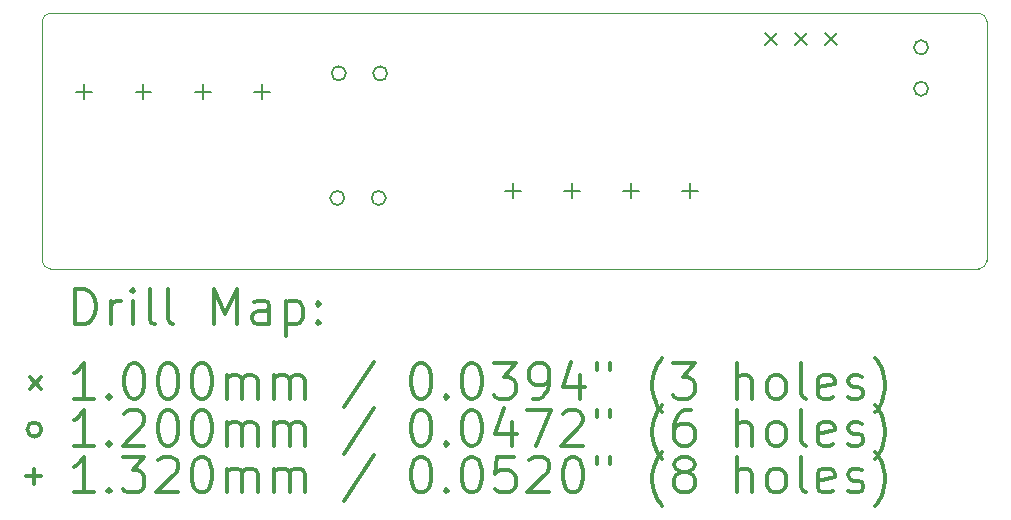
<source format=gbr>
%FSLAX45Y45*%
G04 Gerber Fmt 4.5, Leading zero omitted, Abs format (unit mm)*
G04 Created by KiCad (PCBNEW (5.1.10-1-10_14)) date 2021-07-05 16:18:35*
%MOMM*%
%LPD*%
G01*
G04 APERTURE LIST*
%TA.AperFunction,Profile*%
%ADD10C,0.100000*%
%TD*%
%ADD11C,0.200000*%
%ADD12C,0.300000*%
G04 APERTURE END LIST*
D10*
X11715000Y-9270000D02*
G75*
G02*
X11785000Y-9200000I70000J0D01*
G01*
X11715000Y-11295000D02*
X11715000Y-9270000D01*
X11785000Y-11365000D02*
G75*
G02*
X11715000Y-11295000I0J70000D01*
G01*
X19715000Y-9270000D02*
X19715000Y-11295000D01*
X19715000Y-11295000D02*
G75*
G02*
X19645000Y-11365000I-70000J0D01*
G01*
X19645000Y-9200000D02*
G75*
G02*
X19715000Y-9270000I0J-70000D01*
G01*
X19645000Y-11365000D02*
X11785000Y-11365000D01*
X11785000Y-9200000D02*
X19645000Y-9200000D01*
D11*
X17835000Y-9367500D02*
X17935000Y-9467500D01*
X17935000Y-9367500D02*
X17835000Y-9467500D01*
X18089000Y-9367500D02*
X18189000Y-9467500D01*
X18189000Y-9367500D02*
X18089000Y-9467500D01*
X18343000Y-9367500D02*
X18443000Y-9467500D01*
X18443000Y-9367500D02*
X18343000Y-9467500D01*
X14275000Y-10765000D02*
G75*
G03*
X14275000Y-10765000I-60000J0D01*
G01*
X14287500Y-9710500D02*
G75*
G03*
X14287500Y-9710500I-60000J0D01*
G01*
X14625000Y-10765000D02*
G75*
G03*
X14625000Y-10765000I-60000J0D01*
G01*
X14637500Y-9710500D02*
G75*
G03*
X14637500Y-9710500I-60000J0D01*
G01*
X19217000Y-9490000D02*
G75*
G03*
X19217000Y-9490000I-60000J0D01*
G01*
X19217000Y-9840000D02*
G75*
G03*
X19217000Y-9840000I-60000J0D01*
G01*
X12072500Y-9799000D02*
X12072500Y-9931000D01*
X12006500Y-9865000D02*
X12138500Y-9865000D01*
X12572500Y-9799000D02*
X12572500Y-9931000D01*
X12506500Y-9865000D02*
X12638500Y-9865000D01*
X13078000Y-9799000D02*
X13078000Y-9931000D01*
X13012000Y-9865000D02*
X13144000Y-9865000D01*
X13578000Y-9799000D02*
X13578000Y-9931000D01*
X13512000Y-9865000D02*
X13644000Y-9865000D01*
X15702500Y-10636500D02*
X15702500Y-10768500D01*
X15636500Y-10702500D02*
X15768500Y-10702500D01*
X16202500Y-10636500D02*
X16202500Y-10768500D01*
X16136500Y-10702500D02*
X16268500Y-10702500D01*
X16702500Y-10636500D02*
X16702500Y-10768500D01*
X16636500Y-10702500D02*
X16768500Y-10702500D01*
X17202500Y-10636500D02*
X17202500Y-10768500D01*
X17136500Y-10702500D02*
X17268500Y-10702500D01*
D12*
X11996428Y-11835714D02*
X11996428Y-11535714D01*
X12067857Y-11535714D01*
X12110714Y-11550000D01*
X12139286Y-11578571D01*
X12153571Y-11607143D01*
X12167857Y-11664286D01*
X12167857Y-11707143D01*
X12153571Y-11764286D01*
X12139286Y-11792857D01*
X12110714Y-11821429D01*
X12067857Y-11835714D01*
X11996428Y-11835714D01*
X12296428Y-11835714D02*
X12296428Y-11635714D01*
X12296428Y-11692857D02*
X12310714Y-11664286D01*
X12325000Y-11650000D01*
X12353571Y-11635714D01*
X12382143Y-11635714D01*
X12482143Y-11835714D02*
X12482143Y-11635714D01*
X12482143Y-11535714D02*
X12467857Y-11550000D01*
X12482143Y-11564286D01*
X12496428Y-11550000D01*
X12482143Y-11535714D01*
X12482143Y-11564286D01*
X12667857Y-11835714D02*
X12639286Y-11821429D01*
X12625000Y-11792857D01*
X12625000Y-11535714D01*
X12825000Y-11835714D02*
X12796428Y-11821429D01*
X12782143Y-11792857D01*
X12782143Y-11535714D01*
X13167857Y-11835714D02*
X13167857Y-11535714D01*
X13267857Y-11750000D01*
X13367857Y-11535714D01*
X13367857Y-11835714D01*
X13639286Y-11835714D02*
X13639286Y-11678571D01*
X13625000Y-11650000D01*
X13596428Y-11635714D01*
X13539286Y-11635714D01*
X13510714Y-11650000D01*
X13639286Y-11821429D02*
X13610714Y-11835714D01*
X13539286Y-11835714D01*
X13510714Y-11821429D01*
X13496428Y-11792857D01*
X13496428Y-11764286D01*
X13510714Y-11735714D01*
X13539286Y-11721429D01*
X13610714Y-11721429D01*
X13639286Y-11707143D01*
X13782143Y-11635714D02*
X13782143Y-11935714D01*
X13782143Y-11650000D02*
X13810714Y-11635714D01*
X13867857Y-11635714D01*
X13896428Y-11650000D01*
X13910714Y-11664286D01*
X13925000Y-11692857D01*
X13925000Y-11778571D01*
X13910714Y-11807143D01*
X13896428Y-11821429D01*
X13867857Y-11835714D01*
X13810714Y-11835714D01*
X13782143Y-11821429D01*
X14053571Y-11807143D02*
X14067857Y-11821429D01*
X14053571Y-11835714D01*
X14039286Y-11821429D01*
X14053571Y-11807143D01*
X14053571Y-11835714D01*
X14053571Y-11650000D02*
X14067857Y-11664286D01*
X14053571Y-11678571D01*
X14039286Y-11664286D01*
X14053571Y-11650000D01*
X14053571Y-11678571D01*
X11610000Y-12280000D02*
X11710000Y-12380000D01*
X11710000Y-12280000D02*
X11610000Y-12380000D01*
X12153571Y-12465714D02*
X11982143Y-12465714D01*
X12067857Y-12465714D02*
X12067857Y-12165714D01*
X12039286Y-12208571D01*
X12010714Y-12237143D01*
X11982143Y-12251429D01*
X12282143Y-12437143D02*
X12296428Y-12451429D01*
X12282143Y-12465714D01*
X12267857Y-12451429D01*
X12282143Y-12437143D01*
X12282143Y-12465714D01*
X12482143Y-12165714D02*
X12510714Y-12165714D01*
X12539286Y-12180000D01*
X12553571Y-12194286D01*
X12567857Y-12222857D01*
X12582143Y-12280000D01*
X12582143Y-12351429D01*
X12567857Y-12408571D01*
X12553571Y-12437143D01*
X12539286Y-12451429D01*
X12510714Y-12465714D01*
X12482143Y-12465714D01*
X12453571Y-12451429D01*
X12439286Y-12437143D01*
X12425000Y-12408571D01*
X12410714Y-12351429D01*
X12410714Y-12280000D01*
X12425000Y-12222857D01*
X12439286Y-12194286D01*
X12453571Y-12180000D01*
X12482143Y-12165714D01*
X12767857Y-12165714D02*
X12796428Y-12165714D01*
X12825000Y-12180000D01*
X12839286Y-12194286D01*
X12853571Y-12222857D01*
X12867857Y-12280000D01*
X12867857Y-12351429D01*
X12853571Y-12408571D01*
X12839286Y-12437143D01*
X12825000Y-12451429D01*
X12796428Y-12465714D01*
X12767857Y-12465714D01*
X12739286Y-12451429D01*
X12725000Y-12437143D01*
X12710714Y-12408571D01*
X12696428Y-12351429D01*
X12696428Y-12280000D01*
X12710714Y-12222857D01*
X12725000Y-12194286D01*
X12739286Y-12180000D01*
X12767857Y-12165714D01*
X13053571Y-12165714D02*
X13082143Y-12165714D01*
X13110714Y-12180000D01*
X13125000Y-12194286D01*
X13139286Y-12222857D01*
X13153571Y-12280000D01*
X13153571Y-12351429D01*
X13139286Y-12408571D01*
X13125000Y-12437143D01*
X13110714Y-12451429D01*
X13082143Y-12465714D01*
X13053571Y-12465714D01*
X13025000Y-12451429D01*
X13010714Y-12437143D01*
X12996428Y-12408571D01*
X12982143Y-12351429D01*
X12982143Y-12280000D01*
X12996428Y-12222857D01*
X13010714Y-12194286D01*
X13025000Y-12180000D01*
X13053571Y-12165714D01*
X13282143Y-12465714D02*
X13282143Y-12265714D01*
X13282143Y-12294286D02*
X13296428Y-12280000D01*
X13325000Y-12265714D01*
X13367857Y-12265714D01*
X13396428Y-12280000D01*
X13410714Y-12308571D01*
X13410714Y-12465714D01*
X13410714Y-12308571D02*
X13425000Y-12280000D01*
X13453571Y-12265714D01*
X13496428Y-12265714D01*
X13525000Y-12280000D01*
X13539286Y-12308571D01*
X13539286Y-12465714D01*
X13682143Y-12465714D02*
X13682143Y-12265714D01*
X13682143Y-12294286D02*
X13696428Y-12280000D01*
X13725000Y-12265714D01*
X13767857Y-12265714D01*
X13796428Y-12280000D01*
X13810714Y-12308571D01*
X13810714Y-12465714D01*
X13810714Y-12308571D02*
X13825000Y-12280000D01*
X13853571Y-12265714D01*
X13896428Y-12265714D01*
X13925000Y-12280000D01*
X13939286Y-12308571D01*
X13939286Y-12465714D01*
X14525000Y-12151429D02*
X14267857Y-12537143D01*
X14910714Y-12165714D02*
X14939286Y-12165714D01*
X14967857Y-12180000D01*
X14982143Y-12194286D01*
X14996428Y-12222857D01*
X15010714Y-12280000D01*
X15010714Y-12351429D01*
X14996428Y-12408571D01*
X14982143Y-12437143D01*
X14967857Y-12451429D01*
X14939286Y-12465714D01*
X14910714Y-12465714D01*
X14882143Y-12451429D01*
X14867857Y-12437143D01*
X14853571Y-12408571D01*
X14839286Y-12351429D01*
X14839286Y-12280000D01*
X14853571Y-12222857D01*
X14867857Y-12194286D01*
X14882143Y-12180000D01*
X14910714Y-12165714D01*
X15139286Y-12437143D02*
X15153571Y-12451429D01*
X15139286Y-12465714D01*
X15125000Y-12451429D01*
X15139286Y-12437143D01*
X15139286Y-12465714D01*
X15339286Y-12165714D02*
X15367857Y-12165714D01*
X15396428Y-12180000D01*
X15410714Y-12194286D01*
X15425000Y-12222857D01*
X15439286Y-12280000D01*
X15439286Y-12351429D01*
X15425000Y-12408571D01*
X15410714Y-12437143D01*
X15396428Y-12451429D01*
X15367857Y-12465714D01*
X15339286Y-12465714D01*
X15310714Y-12451429D01*
X15296428Y-12437143D01*
X15282143Y-12408571D01*
X15267857Y-12351429D01*
X15267857Y-12280000D01*
X15282143Y-12222857D01*
X15296428Y-12194286D01*
X15310714Y-12180000D01*
X15339286Y-12165714D01*
X15539286Y-12165714D02*
X15725000Y-12165714D01*
X15625000Y-12280000D01*
X15667857Y-12280000D01*
X15696428Y-12294286D01*
X15710714Y-12308571D01*
X15725000Y-12337143D01*
X15725000Y-12408571D01*
X15710714Y-12437143D01*
X15696428Y-12451429D01*
X15667857Y-12465714D01*
X15582143Y-12465714D01*
X15553571Y-12451429D01*
X15539286Y-12437143D01*
X15867857Y-12465714D02*
X15925000Y-12465714D01*
X15953571Y-12451429D01*
X15967857Y-12437143D01*
X15996428Y-12394286D01*
X16010714Y-12337143D01*
X16010714Y-12222857D01*
X15996428Y-12194286D01*
X15982143Y-12180000D01*
X15953571Y-12165714D01*
X15896428Y-12165714D01*
X15867857Y-12180000D01*
X15853571Y-12194286D01*
X15839286Y-12222857D01*
X15839286Y-12294286D01*
X15853571Y-12322857D01*
X15867857Y-12337143D01*
X15896428Y-12351429D01*
X15953571Y-12351429D01*
X15982143Y-12337143D01*
X15996428Y-12322857D01*
X16010714Y-12294286D01*
X16267857Y-12265714D02*
X16267857Y-12465714D01*
X16196428Y-12151429D02*
X16125000Y-12365714D01*
X16310714Y-12365714D01*
X16410714Y-12165714D02*
X16410714Y-12222857D01*
X16525000Y-12165714D02*
X16525000Y-12222857D01*
X16967857Y-12580000D02*
X16953571Y-12565714D01*
X16925000Y-12522857D01*
X16910714Y-12494286D01*
X16896428Y-12451429D01*
X16882143Y-12380000D01*
X16882143Y-12322857D01*
X16896428Y-12251429D01*
X16910714Y-12208571D01*
X16925000Y-12180000D01*
X16953571Y-12137143D01*
X16967857Y-12122857D01*
X17053571Y-12165714D02*
X17239286Y-12165714D01*
X17139286Y-12280000D01*
X17182143Y-12280000D01*
X17210714Y-12294286D01*
X17225000Y-12308571D01*
X17239286Y-12337143D01*
X17239286Y-12408571D01*
X17225000Y-12437143D01*
X17210714Y-12451429D01*
X17182143Y-12465714D01*
X17096428Y-12465714D01*
X17067857Y-12451429D01*
X17053571Y-12437143D01*
X17596428Y-12465714D02*
X17596428Y-12165714D01*
X17725000Y-12465714D02*
X17725000Y-12308571D01*
X17710714Y-12280000D01*
X17682143Y-12265714D01*
X17639286Y-12265714D01*
X17610714Y-12280000D01*
X17596428Y-12294286D01*
X17910714Y-12465714D02*
X17882143Y-12451429D01*
X17867857Y-12437143D01*
X17853571Y-12408571D01*
X17853571Y-12322857D01*
X17867857Y-12294286D01*
X17882143Y-12280000D01*
X17910714Y-12265714D01*
X17953571Y-12265714D01*
X17982143Y-12280000D01*
X17996428Y-12294286D01*
X18010714Y-12322857D01*
X18010714Y-12408571D01*
X17996428Y-12437143D01*
X17982143Y-12451429D01*
X17953571Y-12465714D01*
X17910714Y-12465714D01*
X18182143Y-12465714D02*
X18153571Y-12451429D01*
X18139286Y-12422857D01*
X18139286Y-12165714D01*
X18410714Y-12451429D02*
X18382143Y-12465714D01*
X18325000Y-12465714D01*
X18296428Y-12451429D01*
X18282143Y-12422857D01*
X18282143Y-12308571D01*
X18296428Y-12280000D01*
X18325000Y-12265714D01*
X18382143Y-12265714D01*
X18410714Y-12280000D01*
X18425000Y-12308571D01*
X18425000Y-12337143D01*
X18282143Y-12365714D01*
X18539286Y-12451429D02*
X18567857Y-12465714D01*
X18625000Y-12465714D01*
X18653571Y-12451429D01*
X18667857Y-12422857D01*
X18667857Y-12408571D01*
X18653571Y-12380000D01*
X18625000Y-12365714D01*
X18582143Y-12365714D01*
X18553571Y-12351429D01*
X18539286Y-12322857D01*
X18539286Y-12308571D01*
X18553571Y-12280000D01*
X18582143Y-12265714D01*
X18625000Y-12265714D01*
X18653571Y-12280000D01*
X18767857Y-12580000D02*
X18782143Y-12565714D01*
X18810714Y-12522857D01*
X18825000Y-12494286D01*
X18839286Y-12451429D01*
X18853571Y-12380000D01*
X18853571Y-12322857D01*
X18839286Y-12251429D01*
X18825000Y-12208571D01*
X18810714Y-12180000D01*
X18782143Y-12137143D01*
X18767857Y-12122857D01*
X11710000Y-12726000D02*
G75*
G03*
X11710000Y-12726000I-60000J0D01*
G01*
X12153571Y-12861714D02*
X11982143Y-12861714D01*
X12067857Y-12861714D02*
X12067857Y-12561714D01*
X12039286Y-12604571D01*
X12010714Y-12633143D01*
X11982143Y-12647429D01*
X12282143Y-12833143D02*
X12296428Y-12847429D01*
X12282143Y-12861714D01*
X12267857Y-12847429D01*
X12282143Y-12833143D01*
X12282143Y-12861714D01*
X12410714Y-12590286D02*
X12425000Y-12576000D01*
X12453571Y-12561714D01*
X12525000Y-12561714D01*
X12553571Y-12576000D01*
X12567857Y-12590286D01*
X12582143Y-12618857D01*
X12582143Y-12647429D01*
X12567857Y-12690286D01*
X12396428Y-12861714D01*
X12582143Y-12861714D01*
X12767857Y-12561714D02*
X12796428Y-12561714D01*
X12825000Y-12576000D01*
X12839286Y-12590286D01*
X12853571Y-12618857D01*
X12867857Y-12676000D01*
X12867857Y-12747429D01*
X12853571Y-12804571D01*
X12839286Y-12833143D01*
X12825000Y-12847429D01*
X12796428Y-12861714D01*
X12767857Y-12861714D01*
X12739286Y-12847429D01*
X12725000Y-12833143D01*
X12710714Y-12804571D01*
X12696428Y-12747429D01*
X12696428Y-12676000D01*
X12710714Y-12618857D01*
X12725000Y-12590286D01*
X12739286Y-12576000D01*
X12767857Y-12561714D01*
X13053571Y-12561714D02*
X13082143Y-12561714D01*
X13110714Y-12576000D01*
X13125000Y-12590286D01*
X13139286Y-12618857D01*
X13153571Y-12676000D01*
X13153571Y-12747429D01*
X13139286Y-12804571D01*
X13125000Y-12833143D01*
X13110714Y-12847429D01*
X13082143Y-12861714D01*
X13053571Y-12861714D01*
X13025000Y-12847429D01*
X13010714Y-12833143D01*
X12996428Y-12804571D01*
X12982143Y-12747429D01*
X12982143Y-12676000D01*
X12996428Y-12618857D01*
X13010714Y-12590286D01*
X13025000Y-12576000D01*
X13053571Y-12561714D01*
X13282143Y-12861714D02*
X13282143Y-12661714D01*
X13282143Y-12690286D02*
X13296428Y-12676000D01*
X13325000Y-12661714D01*
X13367857Y-12661714D01*
X13396428Y-12676000D01*
X13410714Y-12704571D01*
X13410714Y-12861714D01*
X13410714Y-12704571D02*
X13425000Y-12676000D01*
X13453571Y-12661714D01*
X13496428Y-12661714D01*
X13525000Y-12676000D01*
X13539286Y-12704571D01*
X13539286Y-12861714D01*
X13682143Y-12861714D02*
X13682143Y-12661714D01*
X13682143Y-12690286D02*
X13696428Y-12676000D01*
X13725000Y-12661714D01*
X13767857Y-12661714D01*
X13796428Y-12676000D01*
X13810714Y-12704571D01*
X13810714Y-12861714D01*
X13810714Y-12704571D02*
X13825000Y-12676000D01*
X13853571Y-12661714D01*
X13896428Y-12661714D01*
X13925000Y-12676000D01*
X13939286Y-12704571D01*
X13939286Y-12861714D01*
X14525000Y-12547429D02*
X14267857Y-12933143D01*
X14910714Y-12561714D02*
X14939286Y-12561714D01*
X14967857Y-12576000D01*
X14982143Y-12590286D01*
X14996428Y-12618857D01*
X15010714Y-12676000D01*
X15010714Y-12747429D01*
X14996428Y-12804571D01*
X14982143Y-12833143D01*
X14967857Y-12847429D01*
X14939286Y-12861714D01*
X14910714Y-12861714D01*
X14882143Y-12847429D01*
X14867857Y-12833143D01*
X14853571Y-12804571D01*
X14839286Y-12747429D01*
X14839286Y-12676000D01*
X14853571Y-12618857D01*
X14867857Y-12590286D01*
X14882143Y-12576000D01*
X14910714Y-12561714D01*
X15139286Y-12833143D02*
X15153571Y-12847429D01*
X15139286Y-12861714D01*
X15125000Y-12847429D01*
X15139286Y-12833143D01*
X15139286Y-12861714D01*
X15339286Y-12561714D02*
X15367857Y-12561714D01*
X15396428Y-12576000D01*
X15410714Y-12590286D01*
X15425000Y-12618857D01*
X15439286Y-12676000D01*
X15439286Y-12747429D01*
X15425000Y-12804571D01*
X15410714Y-12833143D01*
X15396428Y-12847429D01*
X15367857Y-12861714D01*
X15339286Y-12861714D01*
X15310714Y-12847429D01*
X15296428Y-12833143D01*
X15282143Y-12804571D01*
X15267857Y-12747429D01*
X15267857Y-12676000D01*
X15282143Y-12618857D01*
X15296428Y-12590286D01*
X15310714Y-12576000D01*
X15339286Y-12561714D01*
X15696428Y-12661714D02*
X15696428Y-12861714D01*
X15625000Y-12547429D02*
X15553571Y-12761714D01*
X15739286Y-12761714D01*
X15825000Y-12561714D02*
X16025000Y-12561714D01*
X15896428Y-12861714D01*
X16125000Y-12590286D02*
X16139286Y-12576000D01*
X16167857Y-12561714D01*
X16239286Y-12561714D01*
X16267857Y-12576000D01*
X16282143Y-12590286D01*
X16296428Y-12618857D01*
X16296428Y-12647429D01*
X16282143Y-12690286D01*
X16110714Y-12861714D01*
X16296428Y-12861714D01*
X16410714Y-12561714D02*
X16410714Y-12618857D01*
X16525000Y-12561714D02*
X16525000Y-12618857D01*
X16967857Y-12976000D02*
X16953571Y-12961714D01*
X16925000Y-12918857D01*
X16910714Y-12890286D01*
X16896428Y-12847429D01*
X16882143Y-12776000D01*
X16882143Y-12718857D01*
X16896428Y-12647429D01*
X16910714Y-12604571D01*
X16925000Y-12576000D01*
X16953571Y-12533143D01*
X16967857Y-12518857D01*
X17210714Y-12561714D02*
X17153571Y-12561714D01*
X17125000Y-12576000D01*
X17110714Y-12590286D01*
X17082143Y-12633143D01*
X17067857Y-12690286D01*
X17067857Y-12804571D01*
X17082143Y-12833143D01*
X17096428Y-12847429D01*
X17125000Y-12861714D01*
X17182143Y-12861714D01*
X17210714Y-12847429D01*
X17225000Y-12833143D01*
X17239286Y-12804571D01*
X17239286Y-12733143D01*
X17225000Y-12704571D01*
X17210714Y-12690286D01*
X17182143Y-12676000D01*
X17125000Y-12676000D01*
X17096428Y-12690286D01*
X17082143Y-12704571D01*
X17067857Y-12733143D01*
X17596428Y-12861714D02*
X17596428Y-12561714D01*
X17725000Y-12861714D02*
X17725000Y-12704571D01*
X17710714Y-12676000D01*
X17682143Y-12661714D01*
X17639286Y-12661714D01*
X17610714Y-12676000D01*
X17596428Y-12690286D01*
X17910714Y-12861714D02*
X17882143Y-12847429D01*
X17867857Y-12833143D01*
X17853571Y-12804571D01*
X17853571Y-12718857D01*
X17867857Y-12690286D01*
X17882143Y-12676000D01*
X17910714Y-12661714D01*
X17953571Y-12661714D01*
X17982143Y-12676000D01*
X17996428Y-12690286D01*
X18010714Y-12718857D01*
X18010714Y-12804571D01*
X17996428Y-12833143D01*
X17982143Y-12847429D01*
X17953571Y-12861714D01*
X17910714Y-12861714D01*
X18182143Y-12861714D02*
X18153571Y-12847429D01*
X18139286Y-12818857D01*
X18139286Y-12561714D01*
X18410714Y-12847429D02*
X18382143Y-12861714D01*
X18325000Y-12861714D01*
X18296428Y-12847429D01*
X18282143Y-12818857D01*
X18282143Y-12704571D01*
X18296428Y-12676000D01*
X18325000Y-12661714D01*
X18382143Y-12661714D01*
X18410714Y-12676000D01*
X18425000Y-12704571D01*
X18425000Y-12733143D01*
X18282143Y-12761714D01*
X18539286Y-12847429D02*
X18567857Y-12861714D01*
X18625000Y-12861714D01*
X18653571Y-12847429D01*
X18667857Y-12818857D01*
X18667857Y-12804571D01*
X18653571Y-12776000D01*
X18625000Y-12761714D01*
X18582143Y-12761714D01*
X18553571Y-12747429D01*
X18539286Y-12718857D01*
X18539286Y-12704571D01*
X18553571Y-12676000D01*
X18582143Y-12661714D01*
X18625000Y-12661714D01*
X18653571Y-12676000D01*
X18767857Y-12976000D02*
X18782143Y-12961714D01*
X18810714Y-12918857D01*
X18825000Y-12890286D01*
X18839286Y-12847429D01*
X18853571Y-12776000D01*
X18853571Y-12718857D01*
X18839286Y-12647429D01*
X18825000Y-12604571D01*
X18810714Y-12576000D01*
X18782143Y-12533143D01*
X18767857Y-12518857D01*
X11644000Y-13056000D02*
X11644000Y-13188000D01*
X11578000Y-13122000D02*
X11710000Y-13122000D01*
X12153571Y-13257714D02*
X11982143Y-13257714D01*
X12067857Y-13257714D02*
X12067857Y-12957714D01*
X12039286Y-13000571D01*
X12010714Y-13029143D01*
X11982143Y-13043429D01*
X12282143Y-13229143D02*
X12296428Y-13243429D01*
X12282143Y-13257714D01*
X12267857Y-13243429D01*
X12282143Y-13229143D01*
X12282143Y-13257714D01*
X12396428Y-12957714D02*
X12582143Y-12957714D01*
X12482143Y-13072000D01*
X12525000Y-13072000D01*
X12553571Y-13086286D01*
X12567857Y-13100571D01*
X12582143Y-13129143D01*
X12582143Y-13200571D01*
X12567857Y-13229143D01*
X12553571Y-13243429D01*
X12525000Y-13257714D01*
X12439286Y-13257714D01*
X12410714Y-13243429D01*
X12396428Y-13229143D01*
X12696428Y-12986286D02*
X12710714Y-12972000D01*
X12739286Y-12957714D01*
X12810714Y-12957714D01*
X12839286Y-12972000D01*
X12853571Y-12986286D01*
X12867857Y-13014857D01*
X12867857Y-13043429D01*
X12853571Y-13086286D01*
X12682143Y-13257714D01*
X12867857Y-13257714D01*
X13053571Y-12957714D02*
X13082143Y-12957714D01*
X13110714Y-12972000D01*
X13125000Y-12986286D01*
X13139286Y-13014857D01*
X13153571Y-13072000D01*
X13153571Y-13143429D01*
X13139286Y-13200571D01*
X13125000Y-13229143D01*
X13110714Y-13243429D01*
X13082143Y-13257714D01*
X13053571Y-13257714D01*
X13025000Y-13243429D01*
X13010714Y-13229143D01*
X12996428Y-13200571D01*
X12982143Y-13143429D01*
X12982143Y-13072000D01*
X12996428Y-13014857D01*
X13010714Y-12986286D01*
X13025000Y-12972000D01*
X13053571Y-12957714D01*
X13282143Y-13257714D02*
X13282143Y-13057714D01*
X13282143Y-13086286D02*
X13296428Y-13072000D01*
X13325000Y-13057714D01*
X13367857Y-13057714D01*
X13396428Y-13072000D01*
X13410714Y-13100571D01*
X13410714Y-13257714D01*
X13410714Y-13100571D02*
X13425000Y-13072000D01*
X13453571Y-13057714D01*
X13496428Y-13057714D01*
X13525000Y-13072000D01*
X13539286Y-13100571D01*
X13539286Y-13257714D01*
X13682143Y-13257714D02*
X13682143Y-13057714D01*
X13682143Y-13086286D02*
X13696428Y-13072000D01*
X13725000Y-13057714D01*
X13767857Y-13057714D01*
X13796428Y-13072000D01*
X13810714Y-13100571D01*
X13810714Y-13257714D01*
X13810714Y-13100571D02*
X13825000Y-13072000D01*
X13853571Y-13057714D01*
X13896428Y-13057714D01*
X13925000Y-13072000D01*
X13939286Y-13100571D01*
X13939286Y-13257714D01*
X14525000Y-12943429D02*
X14267857Y-13329143D01*
X14910714Y-12957714D02*
X14939286Y-12957714D01*
X14967857Y-12972000D01*
X14982143Y-12986286D01*
X14996428Y-13014857D01*
X15010714Y-13072000D01*
X15010714Y-13143429D01*
X14996428Y-13200571D01*
X14982143Y-13229143D01*
X14967857Y-13243429D01*
X14939286Y-13257714D01*
X14910714Y-13257714D01*
X14882143Y-13243429D01*
X14867857Y-13229143D01*
X14853571Y-13200571D01*
X14839286Y-13143429D01*
X14839286Y-13072000D01*
X14853571Y-13014857D01*
X14867857Y-12986286D01*
X14882143Y-12972000D01*
X14910714Y-12957714D01*
X15139286Y-13229143D02*
X15153571Y-13243429D01*
X15139286Y-13257714D01*
X15125000Y-13243429D01*
X15139286Y-13229143D01*
X15139286Y-13257714D01*
X15339286Y-12957714D02*
X15367857Y-12957714D01*
X15396428Y-12972000D01*
X15410714Y-12986286D01*
X15425000Y-13014857D01*
X15439286Y-13072000D01*
X15439286Y-13143429D01*
X15425000Y-13200571D01*
X15410714Y-13229143D01*
X15396428Y-13243429D01*
X15367857Y-13257714D01*
X15339286Y-13257714D01*
X15310714Y-13243429D01*
X15296428Y-13229143D01*
X15282143Y-13200571D01*
X15267857Y-13143429D01*
X15267857Y-13072000D01*
X15282143Y-13014857D01*
X15296428Y-12986286D01*
X15310714Y-12972000D01*
X15339286Y-12957714D01*
X15710714Y-12957714D02*
X15567857Y-12957714D01*
X15553571Y-13100571D01*
X15567857Y-13086286D01*
X15596428Y-13072000D01*
X15667857Y-13072000D01*
X15696428Y-13086286D01*
X15710714Y-13100571D01*
X15725000Y-13129143D01*
X15725000Y-13200571D01*
X15710714Y-13229143D01*
X15696428Y-13243429D01*
X15667857Y-13257714D01*
X15596428Y-13257714D01*
X15567857Y-13243429D01*
X15553571Y-13229143D01*
X15839286Y-12986286D02*
X15853571Y-12972000D01*
X15882143Y-12957714D01*
X15953571Y-12957714D01*
X15982143Y-12972000D01*
X15996428Y-12986286D01*
X16010714Y-13014857D01*
X16010714Y-13043429D01*
X15996428Y-13086286D01*
X15825000Y-13257714D01*
X16010714Y-13257714D01*
X16196428Y-12957714D02*
X16225000Y-12957714D01*
X16253571Y-12972000D01*
X16267857Y-12986286D01*
X16282143Y-13014857D01*
X16296428Y-13072000D01*
X16296428Y-13143429D01*
X16282143Y-13200571D01*
X16267857Y-13229143D01*
X16253571Y-13243429D01*
X16225000Y-13257714D01*
X16196428Y-13257714D01*
X16167857Y-13243429D01*
X16153571Y-13229143D01*
X16139286Y-13200571D01*
X16125000Y-13143429D01*
X16125000Y-13072000D01*
X16139286Y-13014857D01*
X16153571Y-12986286D01*
X16167857Y-12972000D01*
X16196428Y-12957714D01*
X16410714Y-12957714D02*
X16410714Y-13014857D01*
X16525000Y-12957714D02*
X16525000Y-13014857D01*
X16967857Y-13372000D02*
X16953571Y-13357714D01*
X16925000Y-13314857D01*
X16910714Y-13286286D01*
X16896428Y-13243429D01*
X16882143Y-13172000D01*
X16882143Y-13114857D01*
X16896428Y-13043429D01*
X16910714Y-13000571D01*
X16925000Y-12972000D01*
X16953571Y-12929143D01*
X16967857Y-12914857D01*
X17125000Y-13086286D02*
X17096428Y-13072000D01*
X17082143Y-13057714D01*
X17067857Y-13029143D01*
X17067857Y-13014857D01*
X17082143Y-12986286D01*
X17096428Y-12972000D01*
X17125000Y-12957714D01*
X17182143Y-12957714D01*
X17210714Y-12972000D01*
X17225000Y-12986286D01*
X17239286Y-13014857D01*
X17239286Y-13029143D01*
X17225000Y-13057714D01*
X17210714Y-13072000D01*
X17182143Y-13086286D01*
X17125000Y-13086286D01*
X17096428Y-13100571D01*
X17082143Y-13114857D01*
X17067857Y-13143429D01*
X17067857Y-13200571D01*
X17082143Y-13229143D01*
X17096428Y-13243429D01*
X17125000Y-13257714D01*
X17182143Y-13257714D01*
X17210714Y-13243429D01*
X17225000Y-13229143D01*
X17239286Y-13200571D01*
X17239286Y-13143429D01*
X17225000Y-13114857D01*
X17210714Y-13100571D01*
X17182143Y-13086286D01*
X17596428Y-13257714D02*
X17596428Y-12957714D01*
X17725000Y-13257714D02*
X17725000Y-13100571D01*
X17710714Y-13072000D01*
X17682143Y-13057714D01*
X17639286Y-13057714D01*
X17610714Y-13072000D01*
X17596428Y-13086286D01*
X17910714Y-13257714D02*
X17882143Y-13243429D01*
X17867857Y-13229143D01*
X17853571Y-13200571D01*
X17853571Y-13114857D01*
X17867857Y-13086286D01*
X17882143Y-13072000D01*
X17910714Y-13057714D01*
X17953571Y-13057714D01*
X17982143Y-13072000D01*
X17996428Y-13086286D01*
X18010714Y-13114857D01*
X18010714Y-13200571D01*
X17996428Y-13229143D01*
X17982143Y-13243429D01*
X17953571Y-13257714D01*
X17910714Y-13257714D01*
X18182143Y-13257714D02*
X18153571Y-13243429D01*
X18139286Y-13214857D01*
X18139286Y-12957714D01*
X18410714Y-13243429D02*
X18382143Y-13257714D01*
X18325000Y-13257714D01*
X18296428Y-13243429D01*
X18282143Y-13214857D01*
X18282143Y-13100571D01*
X18296428Y-13072000D01*
X18325000Y-13057714D01*
X18382143Y-13057714D01*
X18410714Y-13072000D01*
X18425000Y-13100571D01*
X18425000Y-13129143D01*
X18282143Y-13157714D01*
X18539286Y-13243429D02*
X18567857Y-13257714D01*
X18625000Y-13257714D01*
X18653571Y-13243429D01*
X18667857Y-13214857D01*
X18667857Y-13200571D01*
X18653571Y-13172000D01*
X18625000Y-13157714D01*
X18582143Y-13157714D01*
X18553571Y-13143429D01*
X18539286Y-13114857D01*
X18539286Y-13100571D01*
X18553571Y-13072000D01*
X18582143Y-13057714D01*
X18625000Y-13057714D01*
X18653571Y-13072000D01*
X18767857Y-13372000D02*
X18782143Y-13357714D01*
X18810714Y-13314857D01*
X18825000Y-13286286D01*
X18839286Y-13243429D01*
X18853571Y-13172000D01*
X18853571Y-13114857D01*
X18839286Y-13043429D01*
X18825000Y-13000571D01*
X18810714Y-12972000D01*
X18782143Y-12929143D01*
X18767857Y-12914857D01*
M02*

</source>
